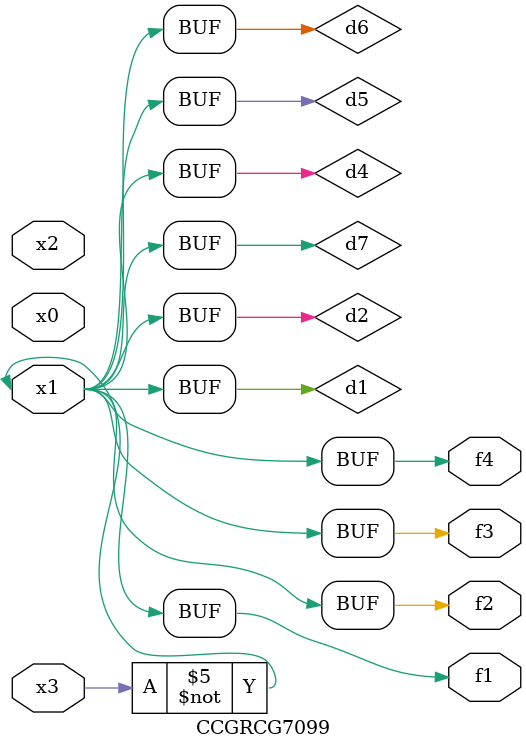
<source format=v>
module CCGRCG7099(
	input x0, x1, x2, x3,
	output f1, f2, f3, f4
);

	wire d1, d2, d3, d4, d5, d6, d7;

	not (d1, x3);
	buf (d2, x1);
	xnor (d3, d1, d2);
	nor (d4, d1);
	buf (d5, d1, d2);
	buf (d6, d4, d5);
	nand (d7, d4);
	assign f1 = d6;
	assign f2 = d7;
	assign f3 = d6;
	assign f4 = d6;
endmodule

</source>
